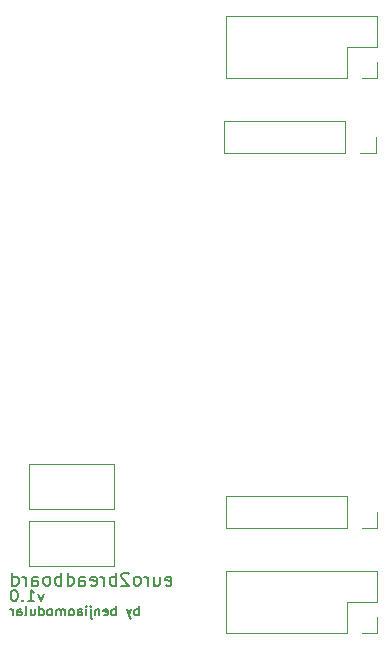
<source format=gbr>
%TF.GenerationSoftware,KiCad,Pcbnew,5.1.9+dfsg1-1~bpo10+1*%
%TF.CreationDate,2022-02-06T15:46:01+08:00*%
%TF.ProjectId,euro2breadboard,6575726f-3262-4726-9561-64626f617264,rev?*%
%TF.SameCoordinates,Original*%
%TF.FileFunction,Legend,Bot*%
%TF.FilePolarity,Positive*%
%FSLAX46Y46*%
G04 Gerber Fmt 4.6, Leading zero omitted, Abs format (unit mm)*
G04 Created by KiCad (PCBNEW 5.1.9+dfsg1-1~bpo10+1) date 2022-02-06 15:46:01*
%MOMM*%
%LPD*%
G01*
G04 APERTURE LIST*
%ADD10C,0.120000*%
%ADD11C,0.150000*%
G04 APERTURE END LIST*
D10*
X70231000Y-83312000D02*
X77470000Y-83312000D01*
X70231000Y-87122000D02*
X70231000Y-83312000D01*
X77470000Y-87122000D02*
X70231000Y-87122000D01*
X77470000Y-83312000D02*
X77470000Y-87122000D01*
X77470000Y-78486000D02*
X70231000Y-78486000D01*
X70231000Y-82296000D02*
X70231000Y-78486000D01*
X77470000Y-82296000D02*
X70231000Y-82296000D01*
X77470000Y-78486000D02*
X77470000Y-82296000D01*
D11*
X79558476Y-91293904D02*
X79558476Y-90493904D01*
X79558476Y-90798666D02*
X79482285Y-90760571D01*
X79329904Y-90760571D01*
X79253714Y-90798666D01*
X79215619Y-90836761D01*
X79177523Y-90912952D01*
X79177523Y-91141523D01*
X79215619Y-91217714D01*
X79253714Y-91255809D01*
X79329904Y-91293904D01*
X79482285Y-91293904D01*
X79558476Y-91255809D01*
X78910857Y-90760571D02*
X78720380Y-91293904D01*
X78529904Y-90760571D02*
X78720380Y-91293904D01*
X78796571Y-91484380D01*
X78834666Y-91522476D01*
X78910857Y-91560571D01*
X77615619Y-91293904D02*
X77615619Y-90493904D01*
X77615619Y-90798666D02*
X77539428Y-90760571D01*
X77387047Y-90760571D01*
X77310857Y-90798666D01*
X77272761Y-90836761D01*
X77234666Y-90912952D01*
X77234666Y-91141523D01*
X77272761Y-91217714D01*
X77310857Y-91255809D01*
X77387047Y-91293904D01*
X77539428Y-91293904D01*
X77615619Y-91255809D01*
X76587047Y-91255809D02*
X76663238Y-91293904D01*
X76815619Y-91293904D01*
X76891809Y-91255809D01*
X76929904Y-91179619D01*
X76929904Y-90874857D01*
X76891809Y-90798666D01*
X76815619Y-90760571D01*
X76663238Y-90760571D01*
X76587047Y-90798666D01*
X76548952Y-90874857D01*
X76548952Y-90951047D01*
X76929904Y-91027238D01*
X76206095Y-90760571D02*
X76206095Y-91293904D01*
X76206095Y-90836761D02*
X76168000Y-90798666D01*
X76091809Y-90760571D01*
X75977523Y-90760571D01*
X75901333Y-90798666D01*
X75863238Y-90874857D01*
X75863238Y-91293904D01*
X75482285Y-90760571D02*
X75482285Y-91446285D01*
X75520380Y-91522476D01*
X75596571Y-91560571D01*
X75634666Y-91560571D01*
X75482285Y-90493904D02*
X75520380Y-90532000D01*
X75482285Y-90570095D01*
X75444190Y-90532000D01*
X75482285Y-90493904D01*
X75482285Y-90570095D01*
X75101333Y-91293904D02*
X75101333Y-90760571D01*
X75101333Y-90493904D02*
X75139428Y-90532000D01*
X75101333Y-90570095D01*
X75063238Y-90532000D01*
X75101333Y-90493904D01*
X75101333Y-90570095D01*
X74377523Y-91293904D02*
X74377523Y-90874857D01*
X74415619Y-90798666D01*
X74491809Y-90760571D01*
X74644190Y-90760571D01*
X74720380Y-90798666D01*
X74377523Y-91255809D02*
X74453714Y-91293904D01*
X74644190Y-91293904D01*
X74720380Y-91255809D01*
X74758476Y-91179619D01*
X74758476Y-91103428D01*
X74720380Y-91027238D01*
X74644190Y-90989142D01*
X74453714Y-90989142D01*
X74377523Y-90951047D01*
X73882285Y-91293904D02*
X73958476Y-91255809D01*
X73996571Y-91217714D01*
X74034666Y-91141523D01*
X74034666Y-90912952D01*
X73996571Y-90836761D01*
X73958476Y-90798666D01*
X73882285Y-90760571D01*
X73768000Y-90760571D01*
X73691809Y-90798666D01*
X73653714Y-90836761D01*
X73615619Y-90912952D01*
X73615619Y-91141523D01*
X73653714Y-91217714D01*
X73691809Y-91255809D01*
X73768000Y-91293904D01*
X73882285Y-91293904D01*
X73272761Y-91293904D02*
X73272761Y-90760571D01*
X73272761Y-90836761D02*
X73234666Y-90798666D01*
X73158476Y-90760571D01*
X73044190Y-90760571D01*
X72968000Y-90798666D01*
X72929904Y-90874857D01*
X72929904Y-91293904D01*
X72929904Y-90874857D02*
X72891809Y-90798666D01*
X72815619Y-90760571D01*
X72701333Y-90760571D01*
X72625142Y-90798666D01*
X72587047Y-90874857D01*
X72587047Y-91293904D01*
X72091809Y-91293904D02*
X72168000Y-91255809D01*
X72206095Y-91217714D01*
X72244190Y-91141523D01*
X72244190Y-90912952D01*
X72206095Y-90836761D01*
X72168000Y-90798666D01*
X72091809Y-90760571D01*
X71977523Y-90760571D01*
X71901333Y-90798666D01*
X71863238Y-90836761D01*
X71825142Y-90912952D01*
X71825142Y-91141523D01*
X71863238Y-91217714D01*
X71901333Y-91255809D01*
X71977523Y-91293904D01*
X72091809Y-91293904D01*
X71139428Y-91293904D02*
X71139428Y-90493904D01*
X71139428Y-91255809D02*
X71215619Y-91293904D01*
X71368000Y-91293904D01*
X71444190Y-91255809D01*
X71482285Y-91217714D01*
X71520380Y-91141523D01*
X71520380Y-90912952D01*
X71482285Y-90836761D01*
X71444190Y-90798666D01*
X71368000Y-90760571D01*
X71215619Y-90760571D01*
X71139428Y-90798666D01*
X70415619Y-90760571D02*
X70415619Y-91293904D01*
X70758476Y-90760571D02*
X70758476Y-91179619D01*
X70720380Y-91255809D01*
X70644190Y-91293904D01*
X70529904Y-91293904D01*
X70453714Y-91255809D01*
X70415619Y-91217714D01*
X69920380Y-91293904D02*
X69996571Y-91255809D01*
X70034666Y-91179619D01*
X70034666Y-90493904D01*
X69272761Y-91293904D02*
X69272761Y-90874857D01*
X69310857Y-90798666D01*
X69387047Y-90760571D01*
X69539428Y-90760571D01*
X69615619Y-90798666D01*
X69272761Y-91255809D02*
X69348952Y-91293904D01*
X69539428Y-91293904D01*
X69615619Y-91255809D01*
X69653714Y-91179619D01*
X69653714Y-91103428D01*
X69615619Y-91027238D01*
X69539428Y-90989142D01*
X69348952Y-90989142D01*
X69272761Y-90951047D01*
X68891809Y-91293904D02*
X68891809Y-90760571D01*
X68891809Y-90912952D02*
X68853714Y-90836761D01*
X68815619Y-90798666D01*
X68739428Y-90760571D01*
X68663238Y-90760571D01*
X71532571Y-89447714D02*
X71294476Y-90114380D01*
X71056380Y-89447714D01*
X70151619Y-90114380D02*
X70723047Y-90114380D01*
X70437333Y-90114380D02*
X70437333Y-89114380D01*
X70532571Y-89257238D01*
X70627809Y-89352476D01*
X70723047Y-89400095D01*
X69723047Y-90019142D02*
X69675428Y-90066761D01*
X69723047Y-90114380D01*
X69770666Y-90066761D01*
X69723047Y-90019142D01*
X69723047Y-90114380D01*
X69056380Y-89114380D02*
X68961142Y-89114380D01*
X68865904Y-89162000D01*
X68818285Y-89209619D01*
X68770666Y-89304857D01*
X68723047Y-89495333D01*
X68723047Y-89733428D01*
X68770666Y-89923904D01*
X68818285Y-90019142D01*
X68865904Y-90066761D01*
X68961142Y-90114380D01*
X69056380Y-90114380D01*
X69151619Y-90066761D01*
X69199238Y-90019142D01*
X69246857Y-89923904D01*
X69294476Y-89733428D01*
X69294476Y-89495333D01*
X69246857Y-89304857D01*
X69199238Y-89209619D01*
X69151619Y-89162000D01*
X69056380Y-89114380D01*
X81850714Y-88710238D02*
X81955476Y-88762619D01*
X82165000Y-88762619D01*
X82269761Y-88710238D01*
X82322142Y-88605476D01*
X82322142Y-88186428D01*
X82269761Y-88081666D01*
X82165000Y-88029285D01*
X81955476Y-88029285D01*
X81850714Y-88081666D01*
X81798333Y-88186428D01*
X81798333Y-88291190D01*
X82322142Y-88395952D01*
X80855476Y-88029285D02*
X80855476Y-88762619D01*
X81326904Y-88029285D02*
X81326904Y-88605476D01*
X81274523Y-88710238D01*
X81169761Y-88762619D01*
X81012619Y-88762619D01*
X80907857Y-88710238D01*
X80855476Y-88657857D01*
X80331666Y-88762619D02*
X80331666Y-88029285D01*
X80331666Y-88238809D02*
X80279285Y-88134047D01*
X80226904Y-88081666D01*
X80122142Y-88029285D01*
X80017380Y-88029285D01*
X79493571Y-88762619D02*
X79598333Y-88710238D01*
X79650714Y-88657857D01*
X79703095Y-88553095D01*
X79703095Y-88238809D01*
X79650714Y-88134047D01*
X79598333Y-88081666D01*
X79493571Y-88029285D01*
X79336428Y-88029285D01*
X79231666Y-88081666D01*
X79179285Y-88134047D01*
X79126904Y-88238809D01*
X79126904Y-88553095D01*
X79179285Y-88657857D01*
X79231666Y-88710238D01*
X79336428Y-88762619D01*
X79493571Y-88762619D01*
X78707857Y-87767380D02*
X78655476Y-87715000D01*
X78550714Y-87662619D01*
X78288809Y-87662619D01*
X78184047Y-87715000D01*
X78131666Y-87767380D01*
X78079285Y-87872142D01*
X78079285Y-87976904D01*
X78131666Y-88134047D01*
X78760238Y-88762619D01*
X78079285Y-88762619D01*
X77607857Y-88762619D02*
X77607857Y-87662619D01*
X77607857Y-88081666D02*
X77503095Y-88029285D01*
X77293571Y-88029285D01*
X77188809Y-88081666D01*
X77136428Y-88134047D01*
X77084047Y-88238809D01*
X77084047Y-88553095D01*
X77136428Y-88657857D01*
X77188809Y-88710238D01*
X77293571Y-88762619D01*
X77503095Y-88762619D01*
X77607857Y-88710238D01*
X76612619Y-88762619D02*
X76612619Y-88029285D01*
X76612619Y-88238809D02*
X76560238Y-88134047D01*
X76507857Y-88081666D01*
X76403095Y-88029285D01*
X76298333Y-88029285D01*
X75512619Y-88710238D02*
X75617380Y-88762619D01*
X75826904Y-88762619D01*
X75931666Y-88710238D01*
X75984047Y-88605476D01*
X75984047Y-88186428D01*
X75931666Y-88081666D01*
X75826904Y-88029285D01*
X75617380Y-88029285D01*
X75512619Y-88081666D01*
X75460238Y-88186428D01*
X75460238Y-88291190D01*
X75984047Y-88395952D01*
X74517380Y-88762619D02*
X74517380Y-88186428D01*
X74569761Y-88081666D01*
X74674523Y-88029285D01*
X74884047Y-88029285D01*
X74988809Y-88081666D01*
X74517380Y-88710238D02*
X74622142Y-88762619D01*
X74884047Y-88762619D01*
X74988809Y-88710238D01*
X75041190Y-88605476D01*
X75041190Y-88500714D01*
X74988809Y-88395952D01*
X74884047Y-88343571D01*
X74622142Y-88343571D01*
X74517380Y-88291190D01*
X73522142Y-88762619D02*
X73522142Y-87662619D01*
X73522142Y-88710238D02*
X73626904Y-88762619D01*
X73836428Y-88762619D01*
X73941190Y-88710238D01*
X73993571Y-88657857D01*
X74045952Y-88553095D01*
X74045952Y-88238809D01*
X73993571Y-88134047D01*
X73941190Y-88081666D01*
X73836428Y-88029285D01*
X73626904Y-88029285D01*
X73522142Y-88081666D01*
X72998333Y-88762619D02*
X72998333Y-87662619D01*
X72998333Y-88081666D02*
X72893571Y-88029285D01*
X72684047Y-88029285D01*
X72579285Y-88081666D01*
X72526904Y-88134047D01*
X72474523Y-88238809D01*
X72474523Y-88553095D01*
X72526904Y-88657857D01*
X72579285Y-88710238D01*
X72684047Y-88762619D01*
X72893571Y-88762619D01*
X72998333Y-88710238D01*
X71845952Y-88762619D02*
X71950714Y-88710238D01*
X72003095Y-88657857D01*
X72055476Y-88553095D01*
X72055476Y-88238809D01*
X72003095Y-88134047D01*
X71950714Y-88081666D01*
X71845952Y-88029285D01*
X71688809Y-88029285D01*
X71584047Y-88081666D01*
X71531666Y-88134047D01*
X71479285Y-88238809D01*
X71479285Y-88553095D01*
X71531666Y-88657857D01*
X71584047Y-88710238D01*
X71688809Y-88762619D01*
X71845952Y-88762619D01*
X70536428Y-88762619D02*
X70536428Y-88186428D01*
X70588809Y-88081666D01*
X70693571Y-88029285D01*
X70903095Y-88029285D01*
X71007857Y-88081666D01*
X70536428Y-88710238D02*
X70641190Y-88762619D01*
X70903095Y-88762619D01*
X71007857Y-88710238D01*
X71060238Y-88605476D01*
X71060238Y-88500714D01*
X71007857Y-88395952D01*
X70903095Y-88343571D01*
X70641190Y-88343571D01*
X70536428Y-88291190D01*
X70012619Y-88762619D02*
X70012619Y-88029285D01*
X70012619Y-88238809D02*
X69960238Y-88134047D01*
X69907857Y-88081666D01*
X69803095Y-88029285D01*
X69698333Y-88029285D01*
X68860238Y-88762619D02*
X68860238Y-87662619D01*
X68860238Y-88710238D02*
X68965000Y-88762619D01*
X69174523Y-88762619D01*
X69279285Y-88710238D01*
X69331666Y-88657857D01*
X69384047Y-88553095D01*
X69384047Y-88238809D01*
X69331666Y-88134047D01*
X69279285Y-88081666D01*
X69174523Y-88029285D01*
X68965000Y-88029285D01*
X68860238Y-88081666D01*
D10*
%TO.C,BB_POWER_PINS1*%
X86935000Y-92770000D02*
X86935000Y-87570000D01*
X97155000Y-92770000D02*
X86935000Y-92770000D01*
X99755000Y-87570000D02*
X86935000Y-87570000D01*
X97155000Y-92770000D02*
X97155000Y-90170000D01*
X97155000Y-90170000D02*
X99755000Y-90170000D01*
X99755000Y-90170000D02*
X99755000Y-87570000D01*
X98425000Y-92770000D02*
X99755000Y-92770000D01*
X99755000Y-92770000D02*
X99755000Y-91440000D01*
%TO.C,BB_POWER_PINS2*%
X99755000Y-45780000D02*
X99755000Y-44450000D01*
X98425000Y-45780000D02*
X99755000Y-45780000D01*
X99755000Y-43180000D02*
X99755000Y-40580000D01*
X97155000Y-43180000D02*
X99755000Y-43180000D01*
X97155000Y-45780000D02*
X97155000Y-43180000D01*
X99755000Y-40580000D02*
X86935000Y-40580000D01*
X97155000Y-45780000D02*
X86935000Y-45780000D01*
X86935000Y-45780000D02*
X86935000Y-40580000D01*
%TO.C,NEG_12V_PINS1*%
X86808000Y-52130000D02*
X86808000Y-49470000D01*
X97028000Y-52130000D02*
X86808000Y-52130000D01*
X97028000Y-49470000D02*
X86808000Y-49470000D01*
X97028000Y-52130000D02*
X97028000Y-49470000D01*
X98298000Y-52130000D02*
X99628000Y-52130000D01*
X99628000Y-52130000D02*
X99628000Y-50800000D01*
%TO.C,NEG_12V_PINS2*%
X99755000Y-83880000D02*
X99755000Y-82550000D01*
X98425000Y-83880000D02*
X99755000Y-83880000D01*
X97155000Y-83880000D02*
X97155000Y-81220000D01*
X97155000Y-81220000D02*
X86935000Y-81220000D01*
X97155000Y-83880000D02*
X86935000Y-83880000D01*
X86935000Y-83880000D02*
X86935000Y-81220000D01*
%TD*%
M02*

</source>
